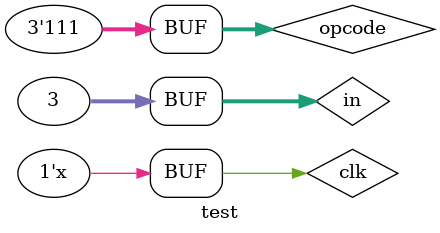
<source format=v>
module test ();
    reg clk;
    parameter mn = 32;
    wire overflow;
    reg [31:0] in;
    reg signed [2:0] opcode;
    wire [31:0] out;
    STACK_BASED_ALU #(.n(mn)) STACK_BASED_ALU_Test(clk, in, opcode, out, overflow);

    always begin
        #5 clk = ~clk;
    end
    
    initial begin
        clk = 0;
        opcode <= 3; in <= 5;
        #10 opcode <= 2; in <= 5;
        #10 opcode <= -2; in <= 3;
        #10 opcode <= -2; in <= 5;
        #10 opcode <= -4; in <= 3;
        #10 opcode <= -3; in <= 3;
        #10 opcode <= -1; in <= 3;
        #10 opcode <= -2; in <= 1;
        #10 opcode <= -2; in <= 2;
        #10 opcode <= -2; in <= 3;
        #10 opcode <= -2; in <= 4;
        #10 opcode <= -2; in <= 5;
        #10 opcode <= -4; in <= 3;
        #10 opcode <= -3; in <= 3;
        #10 opcode <= -1; in <= 3;
        #10 opcode <= -1; in <= 3;
        #10 opcode <= -1; in <= 3;
        #10 opcode <= -1; in <= 3;
        #10 opcode <= -1; in <= 3;
        #10 opcode <= -1; in <= 3;
        #10 opcode <= -1; in <= 3;
        #10 opcode <= -2; in <= 40;
        #10 opcode <= -2; in <= 30;
        #10 opcode <= -4; in <= 3;
        #10 opcode <= -3; in <= 3;
        #10 opcode <= -1; in <= 3;
        #10 opcode <= -2; in <= 300;
        #10 opcode <= -2; in <= 500;
        #10 opcode <= -4; in <= 3;
        #10 opcode <= -3; in <= 3;
        #10 opcode <= -1; in <= 3;
        #10 opcode <= -1; in <= 3;
        #10 opcode <= -2; in <= 200000;
        #10 opcode <= -2; in <= 500000;
        #10 opcode <= -4; in <= 3;
        #10 opcode <= -3; in <= 3;
        #10 opcode <= -1; in <= 3;
        #10 opcode <= -1; in <= 3;
    end

    initial begin
        $monitor("output: %d, overflow: %b", out, overflow);
    end
endmodule



</source>
